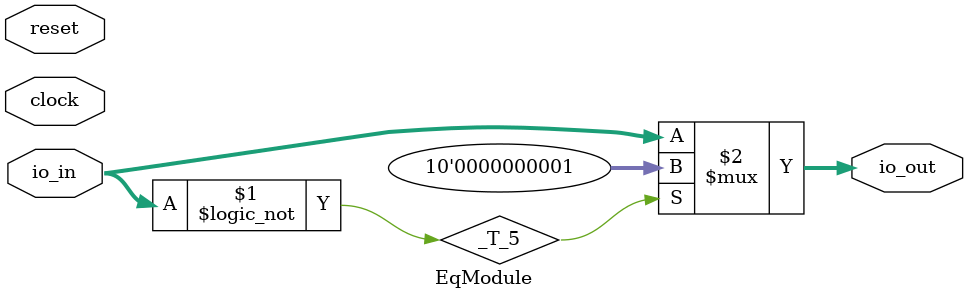
<source format=v>
module EqModule(
  input        clock,
  input        reset,
  input  [9:0] io_in,
  output [9:0] io_out
);
  wire  _T_5 = $signed(io_in) == 10'sh0; // @[SIntTypeClass.scala 55:48]
  assign io_out = _T_5 ? $signed(10'sh1) : $signed(io_in); // @[TypeclassSpec.scala 38:51]
endmodule

</source>
